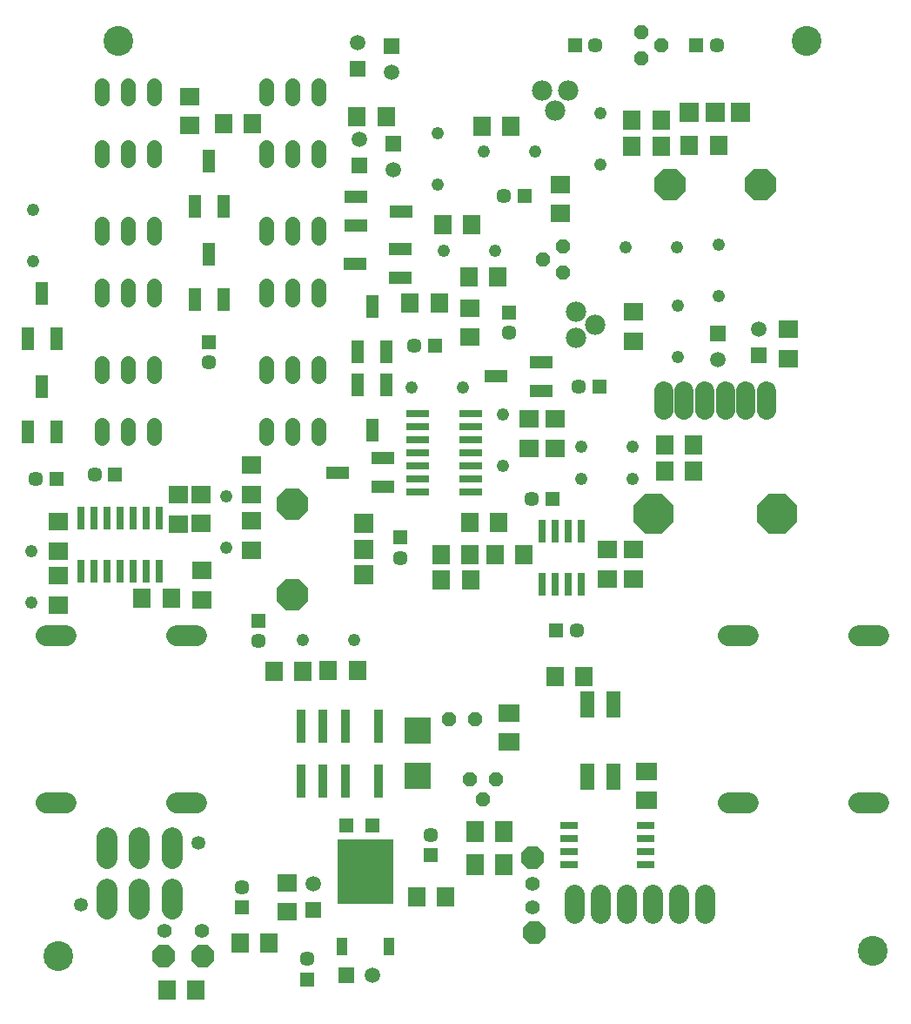
<source format=gbr>
G04 EAGLE Gerber X2 export*
%TF.Part,Single*%
%TF.FileFunction,Soldermask,Top,1*%
%TF.FilePolarity,Positive*%
%TF.GenerationSoftware,Autodesk,EAGLE,9.2.0*%
%TF.CreationDate,2018-10-30T13:39:06Z*%
G75*
%MOMM*%
%FSLAX34Y34*%
%LPD*%
%INSoldermask Top*%
%IPPOS*%
%AMOC8*
5,1,8,0,0,1.08239X$1,22.5*%
G01*
%ADD10C,1.244600*%
%ADD11R,1.451600X1.451600*%
%ADD12C,1.451600*%
%ADD13R,1.701600X1.901600*%
%ADD14R,1.901600X1.701600*%
%ADD15C,1.509600*%
%ADD16R,1.509600X1.509600*%
%ADD17C,1.422400*%
%ADD18R,0.701600X2.301600*%
%ADD19R,2.301600X0.701600*%
%ADD20C,2.051600*%
%ADD21R,0.901600X3.201600*%
%ADD22P,1.539592X8X202.500000*%
%ADD23P,2.446851X8X112.500000*%
%ADD24R,1.371600X2.641600*%
%ADD25C,1.981200*%
%ADD26P,1.539592X8X292.500000*%
%ADD27P,1.539592X8X112.500000*%
%ADD28R,1.701600X1.904600*%
%ADD29R,1.168400X2.286000*%
%ADD30R,1.904600X1.701600*%
%ADD31R,2.286000X1.168400*%
%ADD32R,2.101600X1.701600*%
%ADD33R,1.701600X2.101600*%
%ADD34R,1.981200X1.981200*%
%ADD35P,3.357141X8X112.500000*%
%ADD36R,1.101600X1.701600*%
%ADD37R,5.501600X6.301600*%
%ADD38R,1.651000X0.635000*%
%ADD39P,3.357141X8X22.500000*%
%ADD40P,2.446851X8X22.500000*%
%ADD41P,2.446851X8X202.500000*%
%ADD42R,2.501600X2.501600*%
%ADD43R,1.371600X1.371600*%
%ADD44C,1.901600*%
%ADD45P,4.233877X8X22.500000*%
%ADD46C,1.981200*%
%ADD47C,1.351600*%
%ADD48C,2.901600*%
%ADD49C,1.401600*%


D10*
X318710Y377210D03*
X268710Y377210D03*
D11*
X484900Y809150D03*
D12*
X464900Y809150D03*
D11*
X469900Y695800D03*
D12*
X469900Y675800D03*
D10*
X540150Y565150D03*
X590150Y565150D03*
D11*
X177490Y666880D03*
D12*
X177490Y646880D03*
D11*
X557640Y623650D03*
D12*
X537640Y623650D03*
D11*
X397350Y663480D03*
D12*
X377350Y663480D03*
D13*
X484090Y460470D03*
X456090Y460470D03*
D10*
X463550Y596500D03*
X463550Y546500D03*
X194020Y466910D03*
X194020Y516910D03*
D11*
X86200Y538020D03*
D12*
X66200Y538020D03*
D11*
X511650Y514350D03*
D12*
X491650Y514350D03*
D11*
X515510Y386000D03*
D12*
X535510Y386000D03*
D10*
X5000Y413530D03*
X5000Y463530D03*
D11*
X29050Y533400D03*
D12*
X9050Y533400D03*
D10*
X540150Y533400D03*
X590150Y533400D03*
D11*
X363870Y477000D03*
D12*
X363870Y457000D03*
D11*
X225780Y395840D03*
D12*
X225780Y375840D03*
D13*
X514590Y341550D03*
X542590Y341550D03*
D10*
X634050Y652588D03*
X634050Y702588D03*
D11*
X273050Y47150D03*
D12*
X273050Y67150D03*
D13*
X236250Y82550D03*
X208250Y82550D03*
X379700Y127000D03*
X407700Y127000D03*
D11*
X393700Y167800D03*
D12*
X393700Y187800D03*
D11*
X209550Y117000D03*
D12*
X209550Y137000D03*
D14*
X254000Y113000D03*
X254000Y141000D03*
D10*
X6350Y745160D03*
X6350Y795160D03*
D11*
X651940Y955743D03*
D12*
X671940Y955743D03*
D11*
X533560Y955743D03*
D12*
X553560Y955743D03*
D10*
X558800Y839380D03*
X558800Y889380D03*
X494900Y851870D03*
X444900Y851870D03*
D15*
X336550Y50800D03*
D16*
X311150Y50800D03*
D15*
X279400Y139700D03*
D16*
X279400Y114300D03*
D17*
X283800Y708396D02*
X283800Y721604D01*
X258400Y721604D02*
X258400Y708396D01*
X233000Y708396D02*
X233000Y721604D01*
X233000Y768396D02*
X233000Y781604D01*
X258400Y781604D02*
X258400Y768396D01*
X283800Y768396D02*
X283800Y781604D01*
D18*
X65420Y443900D03*
X65420Y495900D03*
X52720Y443900D03*
X78120Y443900D03*
X90820Y443900D03*
X52720Y495900D03*
X78120Y495900D03*
X90820Y495900D03*
X116220Y443900D03*
X116220Y495900D03*
X103520Y443900D03*
X128920Y443900D03*
X103520Y495900D03*
X128920Y495900D03*
D19*
X432400Y533400D03*
X380400Y533400D03*
X432400Y520700D03*
X432400Y546100D03*
X432400Y558800D03*
X380400Y520700D03*
X380400Y546100D03*
X380400Y558800D03*
X432400Y584200D03*
X380400Y584200D03*
X432400Y571500D03*
X432400Y596900D03*
X380400Y571500D03*
X380400Y596900D03*
D18*
X527050Y483200D03*
X527050Y431200D03*
X539750Y483200D03*
X514350Y483200D03*
X501650Y483200D03*
X539750Y431200D03*
X514350Y431200D03*
X501650Y431200D03*
D20*
X38250Y218850D02*
X18750Y218850D01*
X18750Y381150D02*
X38250Y381150D01*
X145750Y218850D02*
X165250Y218850D01*
X165250Y381150D02*
X145750Y381150D01*
D21*
X342800Y293200D03*
X310800Y293200D03*
X288800Y293200D03*
X266800Y293200D03*
X342800Y240200D03*
X310800Y240200D03*
X288800Y240200D03*
X266800Y240200D03*
D22*
X436900Y300000D03*
X411500Y300000D03*
D23*
X492760Y165100D03*
X493760Y92280D03*
D17*
X283800Y843396D02*
X283800Y856604D01*
X258400Y856604D02*
X258400Y843396D01*
X233000Y843396D02*
X233000Y856604D01*
X233000Y903396D02*
X233000Y916604D01*
X258400Y916604D02*
X258400Y903396D01*
X283800Y903396D02*
X283800Y916604D01*
X73000Y916604D02*
X73000Y903396D01*
X98400Y903396D02*
X98400Y916604D01*
X123800Y916604D02*
X123800Y903396D01*
X123800Y856604D02*
X123800Y843396D01*
X98400Y843396D02*
X98400Y856604D01*
X73000Y856604D02*
X73000Y843396D01*
D24*
X546100Y244400D03*
X571500Y244400D03*
X571500Y314400D03*
X546100Y314400D03*
D20*
X810250Y381150D02*
X829750Y381150D01*
X829750Y218850D02*
X810250Y218850D01*
X702750Y381150D02*
X683250Y381150D01*
X683250Y218850D02*
X702750Y218850D01*
D25*
X527050Y911320D03*
X514350Y892270D03*
X501650Y911320D03*
D26*
X598440Y943045D03*
X617490Y955745D03*
X598440Y968445D03*
D27*
X521970Y760080D03*
X502920Y747380D03*
X521970Y734680D03*
D25*
X534560Y696580D03*
X553610Y683880D03*
X534560Y671180D03*
D28*
X403340Y460470D03*
X431780Y460470D03*
X471420Y876490D03*
X442980Y876490D03*
X589030Y882650D03*
X617470Y882650D03*
X350230Y886260D03*
X321790Y886260D03*
X433320Y781050D03*
X404880Y781050D03*
D29*
X322550Y657450D03*
X336550Y701450D03*
X350550Y657450D03*
D28*
X617470Y857250D03*
X589030Y857250D03*
D30*
X519350Y820290D03*
X519350Y791850D03*
X431800Y671580D03*
X431800Y700020D03*
D28*
X458720Y730250D03*
X430280Y730250D03*
D30*
X590550Y696370D03*
X590550Y667930D03*
X741470Y679260D03*
X741470Y650820D03*
D31*
X501140Y619270D03*
X457140Y633270D03*
X501140Y647270D03*
X363630Y728950D03*
X319630Y742950D03*
X363630Y756950D03*
D29*
X350550Y625250D03*
X336550Y581250D03*
X322550Y625250D03*
D30*
X170910Y444770D03*
X170910Y416330D03*
D28*
X112590Y417370D03*
X141030Y417370D03*
D29*
X1240Y579440D03*
X15240Y623440D03*
X29240Y579440D03*
X1240Y669819D03*
X15240Y713819D03*
X29240Y669819D03*
D30*
X30590Y411230D03*
X30590Y439670D03*
X590550Y436630D03*
X590550Y465070D03*
D28*
X373130Y704850D03*
X401570Y704850D03*
D29*
X163800Y707900D03*
X177800Y751900D03*
X191800Y707900D03*
X163800Y798420D03*
X177800Y842420D03*
X191800Y798420D03*
D30*
X219130Y518640D03*
X219130Y547080D03*
D28*
X240560Y346930D03*
X269000Y346930D03*
D31*
X347120Y525750D03*
X303120Y539750D03*
X347120Y553750D03*
D32*
X469900Y278100D03*
X469900Y306100D03*
D28*
X403510Y435390D03*
X431950Y435390D03*
D30*
X565150Y436630D03*
X565150Y465070D03*
D28*
X431060Y491410D03*
X459500Y491410D03*
D33*
X464850Y190500D03*
X436850Y190500D03*
D30*
X514350Y592070D03*
X514350Y563630D03*
D28*
X649220Y541290D03*
X620780Y541290D03*
X649220Y566880D03*
X620780Y566880D03*
D33*
X436850Y158750D03*
X464850Y158750D03*
D32*
X603250Y248950D03*
X603250Y220950D03*
D28*
X322170Y347730D03*
X293730Y347730D03*
D30*
X488950Y563630D03*
X488950Y592070D03*
X30590Y492010D03*
X30590Y463570D03*
X218820Y464670D03*
X218820Y493110D03*
X169790Y490250D03*
X169790Y518690D03*
X148040Y490010D03*
X148040Y518450D03*
X158750Y877320D03*
X158750Y905760D03*
D34*
X645000Y890000D03*
X670000Y890000D03*
X695000Y890000D03*
D35*
X626000Y820000D03*
X714000Y820000D03*
D15*
X323850Y863600D03*
D16*
X323850Y838200D03*
D15*
X356870Y834390D03*
D16*
X356870Y859790D03*
D15*
X672562Y650113D03*
D16*
X672562Y675513D03*
D15*
X712470Y679450D03*
D16*
X712470Y654050D03*
D36*
X307400Y79000D03*
X353000Y79000D03*
D37*
X330200Y152000D03*
D38*
X528066Y196850D03*
X528066Y184150D03*
X528066Y171450D03*
X528066Y158750D03*
X602234Y158750D03*
X602234Y171450D03*
X602234Y184150D03*
X602234Y196850D03*
D34*
X328400Y490400D03*
X328400Y465400D03*
X328400Y440400D03*
D39*
X258400Y509400D03*
X258400Y421400D03*
D31*
X320900Y807750D03*
X364900Y793750D03*
X320900Y779750D03*
D17*
X73000Y781604D02*
X73000Y768396D01*
X98400Y768396D02*
X98400Y781604D01*
X123800Y781604D02*
X123800Y768396D01*
X123800Y721604D02*
X123800Y708396D01*
X98400Y708396D02*
X98400Y721604D01*
X73000Y721604D02*
X73000Y708396D01*
D40*
X133350Y69850D03*
D41*
X171450Y69850D03*
D42*
X381000Y288700D03*
X381000Y244700D03*
D43*
X311150Y196850D03*
X336550Y196850D03*
D44*
X640000Y601000D02*
X640000Y619000D01*
X620000Y619000D02*
X620000Y601000D01*
X720000Y601000D02*
X720000Y619000D01*
X660000Y619000D02*
X660000Y601000D01*
X680000Y601000D02*
X680000Y619000D01*
X700000Y619000D02*
X700000Y601000D01*
D45*
X610000Y500000D03*
X730000Y500000D03*
D46*
X660400Y130048D02*
X660400Y111252D01*
X635000Y111252D02*
X635000Y130048D01*
X609600Y130048D02*
X609600Y111252D01*
X584200Y111252D02*
X584200Y130048D01*
X558800Y130048D02*
X558800Y111252D01*
X533400Y111252D02*
X533400Y130048D01*
D20*
X78000Y135000D02*
X78000Y115500D01*
X110000Y115500D02*
X110000Y135000D01*
X142000Y135000D02*
X142000Y115500D01*
X142000Y165000D02*
X142000Y184500D01*
X110000Y184500D02*
X110000Y165000D01*
X78000Y165000D02*
X78000Y184500D01*
D47*
X53000Y120000D03*
X167000Y180000D03*
D48*
X89200Y960000D03*
X759200Y960000D03*
D10*
X456400Y755650D03*
X406400Y755650D03*
X424650Y622300D03*
X374650Y622300D03*
X583140Y759160D03*
X633140Y759160D03*
X400050Y869550D03*
X400050Y819550D03*
D15*
X355280Y929020D03*
D16*
X355280Y954420D03*
D15*
X321990Y957500D03*
D16*
X321990Y932100D03*
D22*
X431800Y241300D03*
X444500Y222250D03*
X457200Y241300D03*
D28*
X191520Y878840D03*
X219960Y878840D03*
X673340Y857780D03*
X644900Y857780D03*
D17*
X73000Y586604D02*
X73000Y573396D01*
X98400Y573396D02*
X98400Y586604D01*
X123800Y586604D02*
X123800Y573396D01*
X123800Y633396D02*
X123800Y646604D01*
X98400Y646604D02*
X98400Y633396D01*
X73000Y633396D02*
X73000Y646604D01*
X283800Y646604D02*
X283800Y633396D01*
X258400Y633396D02*
X258400Y646604D01*
X233000Y646604D02*
X233000Y633396D01*
X233000Y586604D02*
X233000Y573396D01*
X258400Y573396D02*
X258400Y586604D01*
X283800Y586604D02*
X283800Y573396D01*
D10*
X673612Y711120D03*
X673612Y761120D03*
D48*
X30680Y69880D03*
X823880Y74500D03*
D49*
X133980Y93940D03*
X170940Y93940D03*
X492800Y117040D03*
X492800Y140140D03*
D13*
X136920Y36960D03*
X164920Y36960D03*
M02*

</source>
